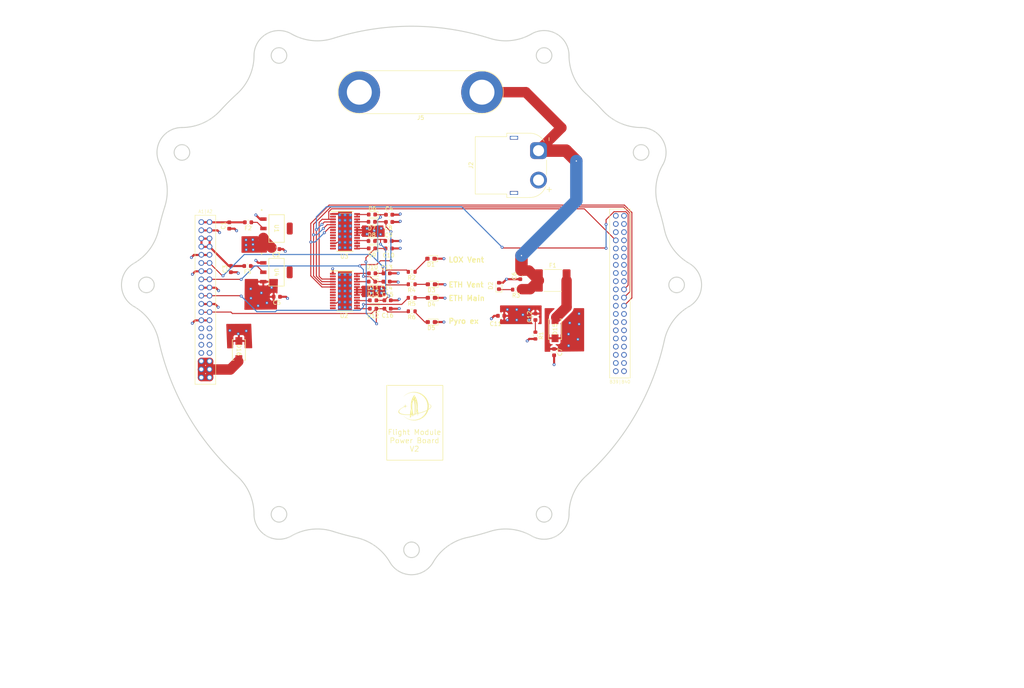
<source format=kicad_pcb>
(kicad_pcb (version 20221018) (generator pcbnew)
  (layers (0 "F.Cu" signal) (1 "In1.Cu" signal) (2 "In2.Cu" signal) (31 "B.Cu" signal) (34 "B.Paste" user) (35 "F.Paste" user) (36 "B.SilkS" user "B.Silkscreen") (37 "F.SilkS" user "F.Silkscreen") (38 "B.Mask" user) (39 "F.Mask" user) (44 "Edge.Cuts" user))
  (net 0 "")
  (net 1 "GND")
  (net 2 "V_ALL+")
  (net 3 "LOX_VENT+")
  (net 4 "/BAT1_+_pre")
  (net 5 "ETH_VENT+")
  (net 6 "ETH_MAIIN+")
  (net 7 "PYRO_EX+")
  (net 8 "Net-(C12-Pad1)")
  (net 9 "Net-(D2-K)")
  (net 10 "/BAT1_+")
  (net 11 "PWR_SUP")
  (net 12 "Net-(U1-OUTPUT)")
  (net 13 "Net-(U4-OUTPUT)")
  (net 14 "ETH_MAIN+")
  (net 28 "PYRO1EN")
  (net 37 "PYRO2EN")
  (net 39 "PYRO3EN")
  (net 40 "unconnected-(J1B-Pin_23-PadB23)")
  (net 41 "+5V")
  (net 42 "PYRO4EN")
  (net 46 "+3.3V")
  (net 68 "Net-(D1-A)")
  (net 69 "Net-(D3-A)")
  (net 70 "Net-(D4-A)")
  (net 71 "Net-(D5-A)")
  (net 72 "Net-(D10-A)")
  (net 73 "Net-(D11-A)")
  (net 74 "Net-(D12-A)")
  (net 75 "Net-(D13-A)")
  (net 86 "Net-(D6-A)")
  (net 87 "Net-(D7-A)")
  (net 88 "Net-(D8-A)")
  (net 89 "Net-(D9-A)")
  (footprint "Capacitor_SMD:C_0603_1608Metric" (layer "F.Cu") (at 156.972 101.333 -90)
    (fp_text reference "C7")
    (fp_text value "0.1µF")
  )
  (footprint "Diode_SMD:D_0603_1608Metric" (layer "F.Cu") (at 112.466503 67.694 180)
    (fp_text reference "D6")
    (fp_text value "D_Small")
  )
  (footprint "Diode_SMD:D_0603_1608Metric" (layer "F.Cu") (at 112.415503 74.168 180)
    (fp_text reference "D8")
    (fp_text value "D_Small")
  )
  (footprint "Diode_SMD:D_0603_1608Metric" (layer "F.Cu") (at 112.517497 82.072 180)
    (fp_text reference "D10")
    (fp_text value "D_Small")
  )
  (footprint "Capacitor_SMD:C_0603_1608Metric" (layer "F.Cu") (at 116.667001 67.735001)
    (fp_text reference "C4")
    (fp_text value "22nF")
  )
  (footprint "Diode_SMD:D_0603_1608Metric" (layer "F.Cu") (at 143.498 85.1585 90)
    (fp_text reference "D2")
    (fp_text value "D_Small")
  )
  (footprint "Capacitor_SMD:C_0603_1608Metric" (layer "F.Cu") (at 89.225 87.8 180)
    (fp_text reference "C5")
    (fp_text value "10uF")
  )
  (footprint "Capacitor_SMD:C_0603_1608Metric" (layer "F.Cu") (at 77.6 70.375 90)
    (fp_text reference "C1")
    (fp_text value "22uF")
  )
  (footprint "Fuse:Fuse_0603_1608Metric" (layer "F.Cu") (at 82.2125 69.6 180)
    (fp_text reference "F2")
    (fp_text value "500mA Fuse")
  )
  (footprint "Capacitor_SMD:C_0603_1608Metric" (layer "F.Cu") (at 152.4 92.697 90)
    (fp_text reference "C12")
    (fp_text value "10uF")
  )
  (footprint "Resistor_SMD:R_0603_1608Metric" (layer "F.Cu") (at 122.179001 84.753001 180)
    (fp_text reference "R4")
    (fp_text value "2k")
  )
  (footprint "Resistor_SMD:R_0603_1608Metric" (layer "F.Cu") (at 122.178001 88.055001 180)
    (fp_text reference "R5")
    (fp_text value "2k")
  )
  (footprint "Capacitor_SMD:C_0603_1608Metric" (layer "F.Cu") (at 116.034997 84.104)
    (fp_text reference "C14")
    (fp_text value "22nF")
  )
  (footprint "Resistor_SMD:R_0603_1608Metric" (layer "F.Cu") (at 122.179001 91.357001 180)
    (fp_text reference "R6")
    (fp_text value "2k")
  )
  (footprint "Capacitor_SMD:C_0603_1608Metric" (layer "F.Cu") (at 116.286001 90.722001)
    (fp_text reference "C16")
    (fp_text value "22nF")
  )
  (footprint "D_Schottky:SMADO-214AC_LEAD-FRAME_MCC" (layer "F.Cu") (at 79.95 100.8098 -90)
    (fp_text reference "D16")
    (fp_text value "D_Schottky")
  )
  (footprint "star:star_8x7" (layer "F.Cu") (at 122.936 114.554)
    (fp_text reference "G***" hide)
    (fp_text value "LOGO" hide)
  )
  (footprint "Resistor_SMD:R_0603_1608Metric" (layer "F.Cu") (at 152.4 97.282 -90)
    (fp_text reference "R1")
    (fp_text value "1k")
  )
  (footprint "TPS4:PWP0028C_N" (layer "F.Cu") (at 105.888 71.788)
    (fp_text reference "U3")
    (fp_text value "TPS4H160BQPWPRQ1")
  )
  (footprint "Capacitor_SMD:C_0603_1608Metric" (layer "F.Cu") (at 78 81.025 90)
    (fp_text reference "C3")
    (fp_text value "22uF")
  )
  (footprint "Diode_SMD:D_0603_1608Metric" (layer "F.Cu") (at 112.415503 69.472 180)
    (fp_text reference "D7")
    (fp_text value "D_Small")
  )
  (footprint "LED_SMD:LED_0603_1608Metric_Pad1.05x0.95mm_HandSolder" (layer "F.Cu") (at 126.887 78.486 180)
    (fp_text reference "D1")
    (fp_text value "LED")
  )
  (footprint "Diode_SMD:D_0603_1608Metric" (layer "F.Cu") (at 112.745997 88.676 180)
    (fp_text reference "D13")
    (fp_text value "D_Small")
  )
  (footprint "Capacitor_SMD:C_0603_1608Metric" (layer "F.Cu") (at 116.518003 74.168)
    (fp_text reference "C9")
    (fp_text value "22nF")
  )
  (footprint "Capacitor_SMD:C_0603_1608Metric" (layer "F.Cu") (at 116.060997 82.072)
    (fp_text reference "C13")
    (fp_text value "22nF")
  )
  (footprint "Diode_SMD:D_0603_1608Metric" (layer "F.Cu") (at 112.466503 75.972 180)
    (fp_text reference "D9")
    (fp_text value "D_Small")
  )
  (footprint "Diode_SMD:D_0603_1608Metric" (layer "F.Cu") (at 112.745997 90.708 180)
    (fp_text reference "D12")
    (fp_text value "D_Small")
  )
  (footprint "Stack_Shape:Stack_Shape" (layer "F.Cu") (at 123.18 86.0501)
    (fp_text reference "J1" hide)
    (fp_text value "Stack_Shape")
    (fp_arc (start -68.865786 4.12567) (mid -71.90894 -1.15082) (end -68.865786 -6.42731) (stroke (width 0.25)) (layer "Edge.Cuts"))
    (fp_arc (start -68.865786 4.12567) (mid -64.972067 7.625074) (end -62.820707 12.39776) (stroke (width 0.25)) (layer "Edge.Cuts"))
    (fp_arc (start -62.820707 -14.6994) (mid -64.972067 -9.926714) (end -68.865786 -6.42731) (stroke (width 0.25)) (layer "Edge.Cuts"))
    (fp_arc (start -62.820707 -14.6994) (mid -62.133886 -17.52009) (end -61.318346 -20.306289) (stroke (width 0.25)) (layer "Edge.Cuts"))
    (fp_arc (start -62.417492 -30.492668) (mid -60.795135 -25.515236) (end -61.318346 -20.306289) (stroke (width 0.25)) (layer "Edge.Cuts"))
    (fp_arc (start -62.417492 -30.492668) (mid -62.414696 -36.58382) (end -57.141002 -39.631817) (stroke (width 0.25)) (layer "Edge.Cuts"))
    (fp_arc (start -47.769766 -43.773118) (mid -52.019241 -40.715531) (end -57.141002 -39.631817) (stroke (width 0.25)) (layer "Edge.Cuts"))
    (fp_arc (start -47.769766 -43.773118) (mid -45.764615 -45.872495) (end -43.665238 -47.877646) (stroke (width 0.25)) (layer "Edge.Cuts"))
    (fp_arc (start -43.665238 45.576006) (mid -55.815583 30.47218) (end -62.820707 12.39776) (stroke (width 0.25)) (layer "Edge.Cuts"))
    (fp_arc (start -43.665238 45.576006) (mid -40.607651 49.825481) (end -39.523937 54.947242) (stroke (width 0.25)) (layer "Edge.Cuts"))
    (fp_arc (start -39.523937 -57.248882) (mid -40.607651 -52.127121) (end -43.665238 -47.877646) (stroke (width 0.25)) (layer "Edge.Cuts"))
    (fp_arc (start -39.523937 -57.248882) (mid -36.47594 -62.522576) (end -30.384788 -62.525372) (stroke (width 0.25)) (layer "Edge.Cuts"))
    (fp_arc (start -30.384788 60.223732) (mid -36.47594 60.220936) (end -39.523937 54.947242) (stroke (width 0.25)) (layer "Edge.Cuts"))
    (fp_arc (start -30.384788 60.223732) (mid -25.407356 58.601375) (end -20.198409 59.124586) (stroke (width 0.25)) (layer "Edge.Cuts"))
    (fp_arc (start -20.198409 -61.426226) (mid -25.407356 -60.903015) (end -30.384788 -62.525372) (stroke (width 0.25)) (layer "Edge.Cuts"))
    (fp_arc (start -20.198409 -61.426226) (mid -1.04294 -64.39682) (end 18.112529 -61.426226) (stroke (width 0.25)) (layer "Edge.Cuts"))
    (fp_arc (start -14.59152 60.626947) (mid -17.41221 59.940126) (end -20.198409 59.124586) (stroke (width 0.25)) (layer "Edge.Cuts"))
    (fp_arc (start -14.59152 60.626947) (mid -9.818834 62.778307) (end -6.31943 66.672026) (stroke (width 0.25)) (layer "Edge.Cuts"))
    (fp_arc (start 4.23355 66.672026) (mid -1.04294 69.71518) (end -6.31943 66.672026) (stroke (width 0.25)) (layer "Edge.Cuts"))
    (fp_arc (start 4.23355 66.672026) (mid 7.732954 62.778306) (end 12.50564 60.626947) (stroke (width 0.25)) (layer "Edge.Cuts"))
    (fp_arc (start 18.112529 59.124586) (mid 15.326329 59.940125) (end 12.50564 60.626947) (stroke (width 0.25)) (layer "Edge.Cuts"))
    (fp_arc (start 18.112529 59.124586) (mid 23.321476 58.601375) (end 28.298908 60.223732) (stroke (width 0.25)) (layer "Edge.Cuts"))
    (fp_arc (start 28.298908 -62.525372) (mid 23.321476 -60.903015) (end 18.112529 -61.426226) (stroke (width 0.25)) (layer "Edge.Cuts"))
    (fp_arc (start 28.298908 -62.525372) (mid 34.390059 -62.522577) (end 37.438057 -57.248882) (stroke (width 0.25)) (layer "Edge.Cuts"))
    (fp_arc (start 37.438057 54.947242) (mid 34.390067 60.220966) (end 28.298908 60.223732) (stroke (width 0.25)) (layer "Edge.Cuts"))
    (fp_arc (start 37.438057 54.947242) (mid 38.521763 49.825475) (end 41.579358 45.576006) (stroke (width 0.25)) (layer "Edge.Cuts"))
    (fp_arc (start 41.579358 -47.877646) (mid 38.521772 -52.127121) (end 37.438057 -57.248882) (stroke (width 0.25)) (layer "Edge.Cuts"))
    (fp_arc (start 41.579358 -47.877646) (mid 43.678735 -45.872495) (end 45.683886 -43.773118) (stroke (width 0.25)) (layer "Edge.Cuts"))
    (fp_arc (start 55.055122 -39.631817) (mid 49.933355 -40.715523) (end 45.683886 -43.773118) (stroke (width 0.25)) (layer "Edge.Cuts"))
    (fp_arc (start 55.055122 -39.631817) (mid 60.328846 -36.583827) (end 60.331612 -30.492668) (stroke (width 0.25)) (layer "Edge.Cuts"))
    (fp_arc (start 59.232466 -20.306289) (mid 58.709255 -25.515236) (end 60.331612 -30.492668) (stroke (width 0.25)) (layer "Edge.Cuts"))
    (fp_arc (start 59.232466 -20.306289) (mid 60.048005 -17.520089) (end 60.734827 -14.6994) (stroke (width 0.25)) (layer "Edge.Cuts"))
    (fp_arc (start 60.734827 12.39776) (mid 53.729703 30.47218) (end 41.579358 45.576006) (stroke (width 0.25)) (layer "Edge.Cuts"))
    (fp_arc (start 60.734827 12.39776) (mid 62.886197 7.625086) (end 66.779906 4.12567) (stroke (width 0.25)) (layer "Edge.Cuts"))
    (fp_arc (start 66.779906 -6.42731) (mid 62.886186 -9.926714) (end 60.734827 -14.6994) (stroke (width 0.25)) (layer "Edge.Cuts"))
    (fp_arc (start 66.779906 -6.42731) (mid 69.82306 -1.15082) (end 66.779906 4.12567) (stroke (width 0.25)) (layer "Edge.Cuts"))
    (fp_circle (center -65.81294 -1.15082) (end -63.90794 -1.15082) (stroke (width 0.25)) (fill none) (layer "Edge.Cuts"))
    (fp_circle (center -57.135405 -33.53582) (end -55.230405 -33.53582) (stroke (width 0.25)) (fill none) (layer "Edge.Cuts"))
    (fp_circle (center -33.42794 -57.243285) (end -31.52294 -57.243285) (stroke (width 0.25)) (fill none) (layer "Edge.Cuts"))
    (fp_circle (center -33.42794 54.941645) (end -31.52294 54.941645) (stroke (width 0.25)) (fill none) (layer "Edge.Cuts"))
    (fp_circle (center -1.04294 63.61918) (end 0.86206 63.61918) (stroke (width 0.25)) (fill none) (layer "Edge.Cuts"))
    (fp_circle (center 31.34206 -57.243285) (end 33.24706 -57.243285) (stroke (width 0.25)) (fill none) (layer "Edge.Cuts"))
    (fp_circle (center 31.34206 54.941645) (end 33.24706 54.941645) (stroke (width 0.25)) (fill none) (layer "Edge.Cuts"))
    (fp_circle (center 55.049525 -33.53582) (end 56.954525 -33.53582) (stroke (width 0.25)) (fill none) (layer "Edge.Cuts"))
    (fp_circle (center 63.72706 -1.15082) (end 65.63206 -1.15082) (stroke (width 0.25)) (fill none) (layer "Edge.Cuts"))
  )
  (footprint "Fuse:Fuse_2920_7451Metric" (layer "F.Cu") (at 156.6325 83.82)
    (fp_text reference "F1")
    (fp_text value "6A Fuse" hide)
  )
  (footprint "Fuse:Fuse_0603_1608Metric" (layer "F.Cu") (at 82.0635 80.286 180)
    (fp_text reference "F3")
    (fp_text value "500mA Fuse")
  )
  (footprint "Capacitor_SMD:C_0603_1608Metric" (layer "F.Cu") (at 144.018 92.456 180)
    (fp_text reference "C11")
    (fp_text value "0.1µF")
  )
  (footprint "Capacitor_SMD:C_0603_1608Metric" (layer "F.Cu") (at 148.7 82.725 90)
    (fp_text reference "C6")
    (fp_text value "22uF")
  )
  (footprint "AZ1117IH-3:SOT223_AZ1117I_6P5X3P5_DIO" (layer "F.Cu") (at 89.17 71.11 -90)
    (fp_text reference "U1")
    (fp_text value "AZ1117IH-3.3TRG1")
  )
  (footprint "LED_SMD:LED_0603_1608Metric_Pad1.05x0.95mm_HandSolder" (layer "F.Cu") (at 126.992001 84.753001 180)
    (fp_text reference "D3")
    (fp_text value "LED")
  )
  (footprint "Diode_SMD:D_0603_1608Metric" (layer "F.Cu") (at 112.466497 84.104 180)
    (fp_text reference "D11")
    (fp_text value "D_Small")
  )
  (footprint "TPS4:PWP0028C_N" (layer "F.Cu") (at 105.857997 86.39)
    (fp_text reference "U2")
    (fp_text value "TPS4H160BQPWPRQ1")
  )
  (footprint "LED_SMD:LED_0603_1608Metric_Pad1.05x0.95mm_HandSolder" (layer "F.Cu") (at 126.969201 93.98 180)
    (fp_text reference "D5")
    (fp_text value "LED")
  )
  (footprint "Capacitor_SMD:C_0603_1608Metric" (layer "F.Cu") (at 116.568003 75.990001)
    (fp_text reference "C10")
    (fp_text value "22nF")
  )
  (footprint "Resistor_SMD:R_0603_1608Metric" (layer "F.Cu") (at 147.675 86.05 180)
    (fp_text reference "R3")
    (fp_text value "10k")
  )
  (footprint "Capacitor_SMD:C_0603_1608Metric" (layer "F.Cu") (at 116.288997 88.676)
    (fp_text reference "C15")
    (fp_text value "22nF")
  )
  (footprint "LED_SMD:LED_0603_1608Metric_Pad1.05x0.95mm_HandSolder" (layer "F.Cu") (at 126.992001 88.055001 180)
    (fp_text reference "D4")
    (fp_text value "LED")
  )
  (footprint "Capacitor_SMD:C_0603_1608Metric" (layer "F.Cu") (at 116.667001 69.513001)
    (fp_text reference "C8")
    (fp_text value "22nF" hide)
  )
  (footprint "Connector_AMASS:AMASS_XT60PW-F_1x02_P7.20mm_Horizontal" (layer "F.Cu") (at 153.1676 52.0704 90)
    (fp_text reference "J2")
    (fp_text value "XT60-M")
  )
  (footprint "Connector:Banana_Jack_2Pin" (layer "F.Cu") (at 139.35 37.782 180)
    (fp_text reference "J5")
    (fp_text value "POWER")
  )
  (footprint "D_Schottky:SMADO-214AC_LEAD-FRAME_MCC" (layer "F.Cu") (at 157.2 95.7402 90)
    (fp_text reference "D15")
    (fp_text value "D_Schottky")
  )
  (footprint "Resistor_SMD:R_0603_1608Metric" (layer "F.Cu") (at 122.179001 81.705001 180)
    (fp_text reference "R2")
    (fp_text value "2k")
  )
  (footprint "AZ1117IH-3:SOT223_AZ1117I_6P5X3P5_DIO" (layer "F.Cu") (at 89.15 81.81 -90)
    (fp_text reference "U4")
    (fp_text value "AZ1117IH-5TRG1")
  )
  (footprint "Capacitor_SMD:C_0603_1608Metric" (layer "F.Cu") (at 89.075 76.15 180)
    (fp_text reference "C2")
    (fp_text value "10uF")
  )
  (gr_rect (start 116.078 109.474) (end 129.794 127.762) (stroke (width 0.15)) (fill none) (layer "F.SilkS"))
  (gr_text "Pyro ex" (at 131.064 94.488) (layer "F.SilkS") (effects (font (size 1.27 1.27) (thickness 0.254) bold) (justify left bottom)))
  (gr_text "ETH Main" (at 131.064 88.9) (layer "F.SilkS") (effects (font (size 1.27 1.27) (thickness 0.254) bold) (justify left bottom)))
  (gr_text "Flight Module\nPower Board\nV2" (at 122.8598 122.9614) (layer "F.SilkS") (effects (font (size 1.27 1.27))))
  (gr_text "ETH Vent" (at 131.064 85.598) (layer "F.SilkS") (effects (font (size 1.27 1.27) (thickness 0.254) bold) (justify left bottom)))
  (gr_text "LOX Vent" (at 131.064 79.502) (layer "F.SilkS") (effects (font (size 1.27 1.27) (thickness 0.254) bold) (justify left bottom)))
  (segment (start 117.061001 90.722001) (end 119.081999 90.722001) (width 0.508) (layer "F.Cu") (net 1))
  (segment (start 69.318069 81.581931) (end 68.6 82.3) (width 0.508) (layer "F.Cu") (net 1))
  (segment (start 104.024998 89.154) (end 103.799998 89.379) (width 0.254) (layer "F.Cu") (net 1))
  (segment (start 70.815 89.581931) (end 74.131931 89.581931) (width 0.508) (layer "F.Cu") (net 1))
  (segment (start 119.208999 69.513001) (end 119.38 69.342) (width 0.508) (layer "F.Cu") (net 1))
  (segment (start 117.430999 67.735001) (end 117.348 67.818) (width 0.508) (layer "F.Cu") (net 1))
  (segment (start 72.815 81.581931) (end 69.318069 81.581931) (width 0.508) (layer "F.Cu") (net 1))
  (segment (start 103.740001 74.713) (end 102.938001 74.713) (width 0.254) (layer "F.Cu") (net 1))
  (segment (start 116.809997 84.104) (end 118.7526 84.104) (width 0.508) (layer "F.Cu") (net 1))
  (segment (start 145.35 83.5) (end 148.7 83.5) (width 0.508) (layer "F.Cu") (net 1))
  (segment (start 119.38 74.168) (end 117.293003 74.168) (width 0.508) (layer "F.Cu") (net 1))
  (segment (start 127.844201 93.98) (end 130.048 93.98) (width 0.508) (layer "F.Cu") (net 1))
  (segment (start 143.243 92.456) (end 142.343 92.456) (width 0.508) (layer "F.Cu") (net 1))
  (segment (start 117.442001 67.735001) (end 119.208999 67.735001) (width 0.508) (layer "F.Cu") (net 1))
  (segment (start 130.219001 88.055001) (end 127.867001 88.055001) (width 0.508) (layer "F.Cu") (net 1))
  (segment (start 74.281931 85.581931) (end 75 86.3) (width 0.508) (layer "F.Cu") (net 1))
  (segment (start 102.87 80.9466) (end 102.907998 80.984598) (width 0.508) (layer "F.Cu") (net 1))
  (segment (start 116.835997 82.072) (end 118.842 82.072) (width 0.508) (layer "F.Cu") (net 1))
  (segment (start 150.893 98.107) (end 150.4 98.6) (width 0.508) (layer "F.Cu") (net 1))
  (segment (start 104.648 89.154) (end 104.024998 89.154) (width 0.254) (layer "F.Cu") (net 1))
  (segment (start 119.081999 90.722001) (end 119.126 90.678) (width 0.508) (layer "F.Cu") (net 1))
  (segment (start 118.7526 84.104) (end 118.872 84.2234) (width 0.508) (layer "F.Cu") (net 1))
  (segment (start 72.815 77.581931) (end 68.968069 77.581931) (width 0.508) (layer "F.Cu") (net 1))
  (segment (start 85.9442 68.81) (end 85.11 68.81) (width 0.508) (layer "F.Cu") (net 1))
  (segment (start 152.4 98.107) (end 150.893 98.107) (width 0.508) (layer "F.Cu") (net 1))
  (segment (start 119.38 75.946) (end 119.335999 75.990001) (width 0.508) (layer "F.Cu") (net 1))
  (segment (start 79.55 81.8) (end 79.8 82.05) (width 0.508) (layer "F.Cu") (net 1))
  (segment (start 104.334002 67.534002) (end 102.938001 67.534002) (width 0.508) (layer "F.Cu") (net 1))
  (segment (start 68.968069 77.581931) (end 68.35 78.2) (width 0.508) (layer "F.Cu") (net 1))
  (segment (start 142.343 92.456) (end 141.643 93.156) (width 0.508) (layer "F.Cu") (net 1))
  (segment (start 70.815 85.581931) (end 74.281931 85.581931) (width 0.508) (layer "F.Cu") (net 1))
  (segment (start 70.815 71.581931) (end 74.731931 71.581931) (width 0.508) (layer "F.Cu") (net 1))
  (segment (start 103.799998 89.379) (end 102.997998 89.379) (width 0.254) (layer "F.Cu") (net 1))
  (segment (start 78 81.8) (end 79.55 81.8) (width 0.508) (layer "F.Cu") (net 1))
  (segment (start 78.9 71.15) (end 79.4 71.65) (width 0.508) (layer "F.Cu") (net 1))
  (segment (start 156.972 102.108) (end 156.972 104.381) (width 0.508) (layer "F.Cu") (net 1))
  (segment (start 68.575 94.275) (end 69.268069 93.581931) (width 0.508) (layer "F.Cu") (net 1))
  (segment (start 117.442001 69.513001) (end 119.208999 69.513001) (width 0.508) (layer "F.Cu") (net 1))
  (segment (start 118.842 82.072) (end 118.872 82.042) (width 0.508) (layer "F.Cu") (net 1))
  (segment (start 144.479 84.371) (end 145.35 83.5) (width 0.508) (layer "F.Cu") (net 1))
  (segment (start 103.965001 74.488) (end 103.740001 74.713) (width 0.254) (layer "F.Cu") (net 1))
  (segment (start 89.85 76.15) (end 90.75 76.15) (width 0.508) (layer "F.Cu") (net 1))
  (segment (start 69.268069 93.581931) (end 72.815 93.581931) (width 0.508) (layer "F.Cu") (net 1))
  (segment (start 77.6 71.15) (end 78.9 71.15) (width 0.508) (layer "F.Cu") (net 1))
  (segment (start 90.75 76.15) (end 91.3 76.7) (width 0.508) (layer "F.Cu") (net 1))
  (segment (start 85.9242 79.51) (end 84.6954 79.51) (width 0.508) (layer "F.Cu") (net 1))
  (segment (start 127.867001 84.753001) (end 130.219001 84.753001) (width 0.508) (layer "F.Cu") (net 1))
  (segment (start 143.498 84.371) (end 144.479 84.371) (width 0.508) (layer "F.Cu") (net 1))
  (segment (start 119.335999 75.990001) (end 117.343003 75.990001) (width 0.508) (layer "F.Cu") (net 1))
  (segment (start 119.208999 67.735001) (end 119.38 67.564) (width 0.508) (layer "F.Cu") (net 1))
  (segment (start 84.6954 79.51) (end 84.1 78.9146) (width 0.508) (layer "F.Cu") (net 1))
  (segment (start 104.588003 74.488) (end 103.965001 74.488) (width 0.254) (layer "F.Cu") (net 1))
  (segment (start 102.907998 80.984598) (end 102.907998 82.136002) (width 0.508) (layer "F.Cu") (net 1))
  (segment (start 74.731931 71.581931) (end 75.25 72.1) (width 0.508) (layer "F.Cu") (net 1))
  (segment (start 127.762 78.486) (end 130.048 78.486) (width 0.508) (layer "F.Cu") (net 1))
  (segment (start 130.219001 84.753001) (end 130.302 84.836) (width 0.508) (layer "F.Cu") (net 1))
  (segment (start 91.45 87.8) (end 91.85 88.2) (width 0.508) (layer "F.Cu") (net 1))
  (segment (start 118.842 88.676) (end 119.126 88.392) (width 0.508) (layer "F.Cu") (net 1))
  (segment (start 104.588 67.788) (end 104.334002 67.534002) (width 0.508) (layer "F.Cu") (net 1))
  (segment (start 90 87.8) (end 91.45 87.8) (width 0.508) (layer "F.Cu") (net 1))
  (segment (start 117.063997 88.676) (end 118.842 88.676) (width 0.508) (layer "F.Cu") (net 1))
  (segment (start 74.131931 89.581931) (end 74.9 90.35) (width 0.508) (layer "F.Cu") (net 1))
  (segment (start 117.442001 67.735001) (end 117.430999 67.735001) (width 0.508) (layer "F.Cu") (net 1))
  (segment (start 85.11 68.81) (end 84.1 67.8) (width 0.508) (layer "F.Cu") (net 1))
  (segment (start 130.302 88.138) (end 130.219001 88.055001) (width 0.508) (layer "F.Cu") (net 1))
  (via (at 91.85 88.2) (size 0.7112) (drill 0.3048) (layers "F.Cu" "B.Cu") (net 1))
  (via (at 74.9 90.35) (size 0.7112) (drill 0.3048) (layers "F.Cu" "B.Cu") (net 1))
  (via (at 75 86.3) (size 0.7112) (drill 0.3048) (layers "F.Cu" "B.Cu") (net 1))
  (via (at 79.4 71.65) (size 0.7112) (drill 0.3048) (layers "F.Cu" "B.Cu") (net 1))
  (via (at 84.1 67.8) (size 0.7112) (drill 0.3048) (layers "F.Cu" "B.Cu") (net 1))
  (via (at 91.3 76.7) (size 0.7112) (drill 0.3048) (layers "F.Cu" "B.Cu") (net 1))
  (via (at 75.25 72.1) (size 0.7112) (drill 0.3048) (layers "F.Cu" "B.Cu") (net 1))
  (via (at 68.6 82.3) (size 0.7112) (drill 0.3048) (layers "F.Cu" "B.Cu") (net 1))
  (via (at 119.38 74.168) (size 0.7112) (drill 0.3048) (layers "F.Cu" "B.Cu") (net 1))
  (via (at 119.38 67.564) (size 0.7112) (drill 0.3048) (layers "F.Cu" "B.Cu") (net 1))
  (via (at 68.35 78.2) (size 0.7112) (drill 0.3048) (layers "F.Cu" "B.Cu") (net 1))
  (via (at 102.87 80.9466) (size 0.7112) (drill 0.3048) (layers "F.Cu" "B.Cu") (net 1))
  (via (at 119.126 90.678) (size 0.7112) (drill 0.3048) (layers "F.Cu" "B.Cu") (net 1))
  (via (at 118.872 82.042) (size 0.7112) (drill 0.3048) (layers "F.Cu" "B.Cu") (net 1))
  (via (at 119.38 75.946) (size 0.7112) (drill 0.3048) (layers "F.Cu" "B.Cu") (net 1))
  (via (at 79.8 82.05) (size 0.7112) (drill 0.3048) (layers "F.Cu" "B.Cu") (net 1))
  (via (at 118.872 84.2234) (size 0.7112) (drill 0.3048) (layers "F.Cu" "B.Cu") (net 1))
  (via (at 68.575 94.275) (size 0.7112) (drill 0.3048) (layers "F.Cu" "B.Cu") (net 1))
  (via (at 130.302 88.138) (size 0.7112) (drill 0.3048) (layers "F.Cu" "B.Cu") (net 1))
  (via (at 130.048 93.98) (size 0.7112) (drill 0.3048) (layers "F.Cu" "B.Cu") (net 1))
  (via (at 156.972 104.381) (size 0.7112) (drill 0.3048) (layers "F.Cu" "B.Cu") (net 1))
  (via (at 130.048 78.486) (size 0.7112) (drill 0.3048) (layers "F.Cu" "B.Cu") (net 1))
  (via (at 141.643 93.156) (size 0.7112) (drill 0.3048) (layers "F.Cu" "B.Cu") (net 1))
  (via (at 84.1 78.9146) (size 0.7112) (drill 0.3048) (layers "F.Cu" "B.Cu") (net 1))
  (via (at 119.38 69.342) (size 0.7112) (drill 0.3048) (layers "F.Cu" "B.Cu") (net 1))
  (via (at 150.4 98.6) (size 0.7112) (drill 0.3048) (layers "F.Cu" "B.Cu") (net 1))
  (via (at 145.35 83.5) (size 0.7112) (drill 0.3048) (layers "F.Cu" "B.Cu") (net 1))
  (via (at 130.302 84.836) (size 0.7112) (drill 0.3048) (layers "F.Cu" "B.Cu") (net 1))
  (via (at 119.126 88.392) (size 0.7112) (drill 0.3048) (layers "F.Cu" "B.Cu") (net 1))
  (segment (start 85.9442 73.7942) (end 87.93 75.78) (width 2.54) (layer "F.Cu") (net 2))
  (segment (start 85.9442 73.41) (end 85.9442 73.7942) (width 2.54) (layer "F.Cu") (net 2))
  (via (at 87.95 85.55) (size 0.7112) (drill 0.3048) (layers "F.Cu" "B.Cu") (net 2))
  (via (at 83.45 76.3) (size 0.7112) (drill 0.3048) (layers "F.Cu" "B.Cu") (net 2))
  (via (at 112.268 86.868) (size 0.7112) (drill 0.3048) (layers "F.Cu" "B.Cu") (net 2))
  (via (at 160.52 99.768) (size 0.7112) (drill 0.3048) (layers "F.Cu" "B.Cu") (net 2))
  (via (at 111.252 71.12) (size 0.7112) (drill 0.3048) (layers "F.Cu" "B.Cu") (net 2))
  (via (at 147.828 93.472) (size 0.7112) (drill 0.3048) (layers "F.Cu" "B.Cu") (net 2))
  (via (at 150.876 93.472) (size 0.7112) (drill 0.3048) (layers "F.Cu" "B.Cu") (net 2))
  (via (at 114.554 72.5424) (size 0.7112) (drill 0.3048) (layers "F.Cu" "B.Cu") (net 2))
  (via (at 147.828 90.932) (size 0.7112) (drill 0.3048) (layers "F.Cu" "B.Cu") (net 2))
  (via (at 150.876 90.932) (size 0.7112) (drill 0.3048) (layers "F.Cu" "B.Cu") (net 2))
  (via (at 77.75 96.05) (size 0.7112) (drill 0.3048) (layers "F.Cu" "B.Cu") (net 2))
  (via (at 81.7 73.9) (size 0.7112) (drill 0.3048) (layers "F.Cu" "B.Cu") (net 2))
  (via (at 112.268 85.852) (size 0.7112) (drill 0.3048) (layers "F.Cu" "B.Cu") (net 2))
  (via (at 163.068 94.488) (size 0.7112) (drill 0.3048) (layers "F.Cu" "B.Cu") (net 2))
  (via (at 114.808 85.852) (size 0.7112) (drill 0.3048) (layers "F.Cu" "B.Cu") (net 2))
  (via (at 79.79 96.86) (size 0.7112) (drill 0.3048) (layers "F.Cu" "B.Cu") (net 2))
  (via (at 160.502 96.934) (size 0.7112) (drill 0.3048) (layers "F.Cu" "B.Cu") (net 2))
  (via (at 160.8 94.2) (size 0.7112) (drill 0.3048) (layers "F.Cu" "B.Cu") (net 2))
  (via (at 81.7 75.15) (size 0.7112) (drill 0.3048) (layers "F.Cu" "B.Cu") (net 2))
  (via (at 81.75 76.3) (size 0.7112) (drill 0.3048) (layers "F.Cu" "B.Cu") (net 2))
  (via (at 82.9 88.15) (size 0.7112) (drill 0.3048) (layers "F.Cu" "B.Cu") (net 2))
  (via (at 145.542 93.472) (size 0.7112) (drill 0.3048) (layers "F.Cu" "B.Cu") (net 2))
  (via (at 114.7064 71.0692) (size 0.7112) (drill 0.3048) (layers "F.Cu" "B.Cu") (net 2))
  (via (at 145.542 90.932) (size 0.7112) (drill 0.3048) (layers "F.Cu" "B.Cu") (net 2))
  (via (at 86.8 89.3) (size 0.7112) (drill 0.3048) (layers "F.Cu" "B.Cu") (net 2))
  (via (at 149.352 92.202) (size 0.7112) (drill 0.3048) (layers "F.Cu" "B.Cu") (net 2))
  (via (at 163.068 91.948) (size 0.7112) (drill 0.3048) (layers "F.Cu" "B.Cu") (net 2))
  (via (at 113.538 86.36) (size 0.7112) (drill 0.3048) (layers "F.Cu" "B.Cu") (net 2))
  (via (at 83.4 75) (size 0.7112) (drill 0.3048) (layers "F.Cu" "B.Cu") (net 2))
  (via (at 113.03 71.628) (size 0.7112) (drill 0.3048) (layers "F.Cu" "B.Cu") (net 2))
  (via (at 81.75 96.15) (size 0.7112) (drill 0.3048) (layers "F.Cu" "B.Cu") (net 2))
  (via (at 83.35 73.85) (size 0.7112) (drill 0.3048) (layers "F.Cu" "B.Cu") (net 2))
  (via (at 82.85 85.85) (size 0.7112) (drill 0.3048) (layers "F.Cu" "B.Cu") (net 2))
  (via (at 114.808 86.868) (size 0.7112) (drill 0.3048) (layers "F.Cu" "B.Cu") (net 2))
  (via (at 162.788 98.204) (size 0.7112) (drill 0.3048) (layers "F.Cu" "B.Cu") (net 2))
  (via (at 111.252 72.4916) (size 0.7112) (drill 0.3048) (layers "F.Cu" "B.Cu") (net 2))
  (via (at 84.65 90) (size 0.7112) (drill 0.3048) (layers "F.Cu" "B.Cu") (net 2))
  (via (at 85.45 86.85) (size 0.7112) (drill 0.3048) (layers "F.Cu" "B.Cu") (net 2))
  (segment (start 116.087997 81.27) (end 120.919 81.27) (width 0.254) (layer "F.Cu") (net 3))
  (segment (start 115.130001 80.435001) (end 115.130001 81.916004) (width 0.254) (layer "F.Cu") (net 3))
  (segment (start 114.554 67.735001) (end 113.295004 67.735001) (width 0.254) (layer "F.Cu") (net 3))
  (segment (start 114.554 67.735001) (end 114.554 68.326) (width 0.254) (layer "F.Cu") (net 3))
  (segment (start 115.285997 82.072) (end 116.087997 81.27) (width 0.254) (layer "F.Cu") (net 3))
  (segment (start 120.919 81.27) (end 121.354001 81.705001) (width 0.254) (layer "F.Cu") (net 3))
  (segment (start 113.254003 67.694) (end 113.295004 67.735001) (width 0.254) (layer "F.Cu") (net 3))
  (segment (start 115.892001 67.735001) (end 114.554 67.735001) (width 0.254) (layer "F.Cu") (net 3))
  (segment (start 115.130001 81.916004) (end 115.285997 82.072) (width 0.254) (layer "F.Cu") (net 3))
  (segment (start 72.78 79.536931) (end 75.920069 82.677) (width 0.254) (layer "F.Cu") (net 3))
  (segment (start 115.285997 82.072) (end 113.304997 82.072) (width 0.254) (layer "F.Cu") (net 3))
  (segment (start 72.815 79.581931) (end 70.815 79.581931) (width 0.254) (layer "F.Cu") (net 3))
  (segment (start 75.920069 82.677) (end 76.073 82.677) (width 0.254) (layer "F.Cu") (net 3))
  (via (at 114.554 68.326) (size 0.7112) (drill 0.3048) (layers "F.Cu" "B.Cu") (net 3))
  (via (at 115.130001 80.435001) (size 0.7112) (drill 0.3048) (layers "F.Cu" "B.Cu") (net 3))
  (via (at 76.073 82.677) (size 0.7112) (drill 0.3048) (layers "F.Cu" "B.Cu") (net 3))
  (segment (start 115.130001 80.435001) (end 112.161401 77.466401) (width 0.254) (layer "B.Cu") (net 3))
  (segment (start 113.8714 79.1764) (end 115.130001 80.435001) (width 0.254) (layer "B.Cu") (net 3))
  (segment (start 114.554 68.326) (end 113.8714 69.0086) (width 0.254) (layer "B.Cu") (net 3))
  (segment (start 113.8714 69.0086) (end 113.8714 79.1764) (width 0.254) (layer "B.Cu") (net 3))
  (segment (start 81.283599 77.466401) (end 76.073 82.677) (width 0.254) (layer "B.Cu") (net 3))
  (segment (start 112.161401 77.466401) (end 81.283599 77.466401) (width 0.254) (layer "B.Cu") (net 3))
  (segment (start 153.245 83.82) (end 150.825 81.4) (width 2.54) (layer "F.Cu") (net 4))
  (segment (start 153.1676 52.0704) (end 159.868 52.0704) (width 3.048) (layer "F.Cu") (net 4))
  (segment (start 153.1676 52.0644) (end 158.75 46.482) (width 2.54) (layer "F.Cu") (net 4))
  (segment (start 153.1676 52.0704) (end 153.1676 52.0644) (width 0.254) (layer "F.Cu") (net 4))
  (segment (start 158.75 46.482) (end 150.05 37.782) (width 2.54) (layer "F.Cu") (net 4))
  (segment (start 150.05 37.782) (end 139.35 37.782) (width 2.54) (layer "F.Cu") (net 4))
  (segment (start 151.119 85.946) (end 153.245 83.82) (width 2.54) (layer "F.Cu") (net 4))
  (segment (start 148.9964 77.724) (end 148.9964 81.2296) (width 3.048) (layer "F.Cu") (net 4))
  (segment (start 159.868 52.0704) (end 162.4076 54.61) (width 3.048) (layer "F.Cu") (net 4))
  (segment (start 149.098 85.946) (end 151.119 85.946) (width 2.54) (layer "F.Cu") (net 4))
  (segment (start 150.825 81.4) (end 148.9 81.4) (width 2.54) (layer "F.Cu") (net 4))
  (via (at 148.9964 77.724) (size 2.54) (drill 0.3048) (layers "F.Cu" "B.Cu") (net 4))
  (via (at 162.4076 54.61) (size 2.54) (drill 0.3048) (layers "F.Cu" "B.Cu") (net 4))
  (segment (start 162.4076 54.61) (end 162.4076 64.3128) (width 3.048) (layer "B.Cu") (net 4))
  (segment (start 162.4076 64.3128) (end 148.9964 77.724) (width 3.048) (layer "B.Cu") (net 4))
  (segment (start 121.201002 84.906) (end 121.354001 84.753001) (width 0.254) (layer "F.Cu") (net 5))
  (segment (start 72.78 83.536931) (end 80.488931 83.536931) (width 0.254) (layer "F.Cu") (net 5))
  (segment (start 114.554 78.994) (end 113.6174 79.9306) (width 0.254) (layer "F.Cu") (net 5))
  (segment (start 109.5692 80.264) (end 109.474 80.264) (width 0.254) (layer "F.Cu") (net 5))
  (segment (start 115.259997 84.104) (end 113.253997 84.104) (width 0.254) (layer "F.Cu") (net 5))
  (segment (start 109.9026 79.9306) (end 109.5692 80.264) (width 0.254) (layer "F.Cu") (net 5))
  (segment (start 115.851 69.472) (end 115.892001 69.513001) (width 0.254) (layer "F.Cu") (net 5))
  (segment (start 80.488931 83.536931) (end 80.518 83.566) (width 0.254) (layer "F.Cu") (net 5))
  (segment (start 114.554 78.994) (end 117.094 78.994) (width 0.254) (layer "F.Cu") (net 5))
  (segment (start 110.453401 82.874) (end 110.383401 82.804) (width 0.254) (layer "F.Cu") (net 5))
  (segment (start 117.094 71.882) (end 115.892001 70.680001) (width 0.254) (layer "F.Cu") (net 5))
  (segment (start 112.023997 82.874) (end 110.453401 82.874) (width 0.254) (layer "F.Cu") (net 5))
  (segment (start 113.253997 84.104) (end 112.023997 82.874) (width 0.254) (layer "F.Cu") (net 5))
  (segment (start 115.892001 70.680001) (end 115.892001 69.513001) (width 0.254) (layer "F.Cu") (net 5))
  (segment (start 116.061997 84.906) (end 121.201002 84.906) (width 0.254) (layer "F.Cu") (net 5))
  (segment (start 70.815 83.581931) (end 72.815 83.581931) (width 0.254) (layer "F.Cu") (net 5))
  (segment (start 115.259997 84.104) (end 116.061997 84.906) (width 0.254) (layer "F.Cu") (net 5))
  (segment (start 113.203003 69.472) (end 115.851 69.472) (width 0.254) (layer "F.Cu") (net 5))
  (segment (start 113.6174 79.9306) (end 109.9026 79.9306) (width 0.254) (layer "F.Cu") (net 5))
  (via (at 110.383401 82.804) (size 0.7112) (drill 0.3048) (layers "F.Cu" "B.Cu") (net 5))
  (via (at 109.474 80.264) (size 0.7112) (drill 0.3048) (layers "F.Cu" "B.Cu") (net 5))
  (via (at 117.094 71.882) (size 0.7112) (drill 0.3048) (layers "F.Cu" "B.Cu") (net 5))
  (via (at 80.518 83.566) (size 0.7112) (drill 0.3048) (layers "F.Cu" "B.Cu") (net 5))
  (via (at 117.094 78.994) (size 0.7112) (drill 0.3048) (layers "F.Cu" "B.Cu") (net 5))
  (segment (start 117.094 78.994) (end 117.094 71.882) (width 0.254) (layer "B.Cu") (net 5))
  (segment (start 110.383401 82.804) (end 110.383401 81.173401) (width 0.254) (layer "B.Cu") (net 5))
  (segment (start 83.82 80.264) (end 80.518 83.566) (width 0.254) (layer "B.Cu") (net 5))
  (segment (start 110.383401 81.173401) (end 109.474 80.264) (width 0.254) (layer "B.Cu") (net 5))
  (segment (start 109.474 80.264) (end 83.82 80.264) (width 0.254) (layer "B.Cu") (net 5))
  (segment (start 116.586 87.63) (end 116.559997 87.63) (width 0.254) (layer "F.Cu") (net 6))
  (segment (start 115.513997 88.676) (end 113.533497 88.676) (width 0.254) (layer "F.Cu") (net 6))
  (segment (start 114.554 73.79) (end 113.203003 73.79) (width 0.254) (layer "F.Cu") (net 6))
  (segment (start 116.559997 87.63) (end 115.513997 88.676) (width 0.254) (layer "F.Cu") (net 6))
  (segment (start 115.743003 73.79) (end 114.554 73.79) (width 0.254) (layer "F.Cu") (net 6))
  (segment (start 114.554 74.93) (end 114.554 73.79) (width 0.254) (layer "F.Cu") (net 6))
  (via (at 114.554 74.93) (size 0.7112) (drill 0.3048) (layers "F.Cu" "B.Cu") (net 6))
  (via (at 116.586 87.63) (size 0.7112) (drill 0.3048) (layers "F.Cu" "B.Cu") (net 6))
  (segment (start 115.812601 86.856601) (end 115.812601 76.188601) (width 0.254) (layer "B.Cu") (net 6))
  (segment (start 115.812601 76.188601) (end 114.554 74.93) (width 0.254) (layer "B.Cu") (net 6))
  (segment (start 116.586 87.63) (end 115.812601 86.856601) (width 0.254) (layer "B.Cu") (net 6))
  (segment (start 116.313001 91.524001) (end 121.187001 91.524001) (width 0.254) (layer "F.Cu") (net 7))
  (segment (start 110.998 79.248) (end 110.998 78.228003) (width 0.254) (layer "F.Cu") (net 7))
  (segment (start 113.533497 94.332497) (end 113.533497 90.708) (width 0.254) (layer "F.Cu") (net 7))
  (segment (start 110.998 78.228003) (end 113.254003 75.972) (width 0.254) (layer "F.Cu") (net 7))
  (segment (start 113.272004 75.990001) (end 113.254003 75.972) (width 0.254) (layer "F.Cu") (net 7))
  (segment (start 78.359801 91.885732) (end 112.355765 91.885732) (width 0.254) (layer "F.Cu") (net 7))
  (segment (start 72.78 91.536931) (end 78.011 91.536931) (width 0.254) (layer "F.Cu") (net 7))
  (segment (start 78.011 91.536931) (end 78.359801 91.885732) (width 0.254) (layer "F.Cu") (net 7))
  (segment (start 115.511001 90.722001) (end 113.547498 90.722001) (width 0.254) (layer "F.Cu") (net 7))
  (segment (start 121.187001 91.524001) (end 121.354001 91.357001) (width 0.254) (layer "F.Cu") (net 7))
  (segment (start 72.815 91.581931) (end 70.815 91.581931) (width 0.254) (layer "F.Cu") (net 7))
  (segment (start 115.793003 75.990001) (end 113.272004 75.990001) (width 0.254) (layer "F.Cu") (net 7))
  (segment (start 112.355765 91.885732) (end 113.533497 90.708) (width 0.254) (layer "F.Cu") (net 7))
  (segment (start 115.511001 90.722001) (end 116.313001 91.524001) (width 0.254) (layer "F.Cu") (net 7))
  (segment (start 113.547498 90.722001) (end 113.533497 90.708) (width 0.254) (layer "F.Cu") (net 7))
  (segment (start 113.606001 94.405001) (end 113.533497 94.332497) (width 0.254) (layer "F.Cu") (net 7))
  (via (at 113.606001 94.405001) (size 0.7112) (drill 0.3048) (layers "F.Cu" "B.Cu") (net 7))
  (via (at 110.998 79.248) (size 0.7112) (drill 0.3048) (layers "F.Cu" "B.Cu") (net 7))
  (segment (start 111.066001 79.316001) (end 111.066001 91.865001) (width 0.254) (layer "B.Cu") (net 7))
  (segment (start 111.066001 91.865001) (end 113.606001 94.405001) (width 0.254) (layer "B.Cu") (net 7))
  (segment (start 110.998 79.248) (end 111.066001 79.316001) (width 0.254) (layer "B.Cu") (net 7))
  (segment (start 152.4 96.457) (end 152.4 93.472) (width 0.254) (layer "F.Cu") (net 8))
  (segment (start 143.602 86.05) (end 143.498 85.946) (width 0.254) (layer "F.Cu") (net 9))
  (segment (start 146.85 86.05) (end 143.602 86.05) (width 0.254) (layer "F.Cu") (net 9))
  (segment (start 160.02 90.3224) (end 157.48 92.8624) (width 2.54) (layer "F.Cu") (net 10))
  (segment (start 160.02 83.82) (end 160.02 90.3224) (width 2.54) (layer "F.Cu") (net 10))
  (segment (start 70.815 103.581831) (end 70.815 105.581831) (width 1.778) (layer "F.Cu") (net 11))
  (segment (start 70.815 105.581831) (end 70.815 107.581831) (width 1.778) (layer "F.Cu") (net 11))
  (segment (start 77.848169 105.581831) (end 79.8 103.63) (width 2.54) (layer "F.Cu") (net 11))
  (segment (start 70.815 105.581831) (end 72.815 105.581831) (width 1.778) (layer "F.Cu") (net 11))
  (segment (start 70.815 107.581831) (end 72.815 107.581831) (width 1.778) (layer "F.Cu") (net 11))
  (segment (start 72.815 107.581831) (end 72.815 103.581831) (width 1.778) (layer "F.Cu") (net 11))
  (segment (start 72.815 105.581831) (end 77.848169 105.581831) (width 2.54) (layer "F.Cu") (net 11))
  (segment (start 72.815 103.581831) (end 70.815 103.581831) (width 1.778) (layer "F.Cu") (net 11))
  (segment (start 84.4342 69.6) (end 85.9442 71.11) (width 0.254) (layer "F.Cu") (net 12))
  (segment (start 83 69.6) (end 84.4342 69.6) (width 0.254) (layer "F.Cu") (net 12))
  (segment (start 82.851 80.286) (end 84.4002 80.286) (width 0.254) (layer "F.Cu") (net 13))
  (segment (start 84.4002 80.286) (end 85.9242 81.81) (width 0.254) (layer "F.Cu") (net 13))
  (segment (start 119.746002 89.662) (end 121.353001 88.055001) (width 0.254) (layer "F.Cu") (net 14))
  (segment (start 72.78 87.536931) (end 80.424931 87.536931) (width 0.254) (layer "F.Cu") (net 14))
  (segment (start 80.424931 87.536931) (end 80.518 87.63) (width 0.254) (layer "F.Cu") (net 14))
  (segment (start 119.746002 89.662) (end 110.383401 89.662) (width 0.254) (layer "F.Cu") (net 14))
  (segment (start 72.815 87.581931) (end 70.815 87.581931) (width 0.254) (layer "F.Cu") (net 14))
  (via (at 80.518 87.63) (size 0.7112) (drill 0.3048) (layers "F.Cu" "B.Cu") (net 14))
  (via (at 110.383401 89.662) (size 0.7112) (drill 0.3048) (layers "F.Cu" "B.Cu") (net 14))
  (segment (start 89.226 91.107) (end 88.889001 91.443999) (width 0.254) (layer "B.Cu") (net 14))
  (segment (start 110.383401 90.276599) (end 109.553 91.107) (width 0.254) (layer "B.Cu") (net 14))
  (segment (start 110.383401 89.662) (end 110.383401 90.276599) (width 0.254) (layer "B.Cu") (net 14))
  (segment (start 88.889001 91.443999) (end 84.331999 91.443999) (width 0.254) (layer "B.Cu") (net 14))
  (segment (start 109.553 91.107) (end 89.226 91.107) (width 0.254) (layer "B.Cu") (net 14))
  (segment (start 84.331999 91.443999) (end 80.518 87.63) (width 0.254) (layer "B.Cu") (net 14))
  (segment (start 101.911001 68.79) (end 101.911001 66.998999) (width 0.254) (layer "F.Cu") (net 28))
  (segment (start 99.568 82.804) (end 100.229 83.465) (width 0.254) (layer "F.Cu") (net 28))
  (segment (start 99.568 69.596) (end 99.568 82.804) (width 0.254) (layer "F.Cu") (net 28))
  (segment (start 101.911001 66.998999) (end 102.616 66.294) (width 0.254) (layer "F.Cu") (net 28))
  (segment (start 100.229 83.465) (end 102.907998 83.465) (width 0.254) (layer "F.Cu") (net 28))
  (segment (start 102.938001 68.863) (end 101.984001 68.863) (width 0.254) (layer "F.Cu") (net 28))
  (segment (start 102.938001 68.863) (end 100.359 68.863) (width 0.254) (layer "F.Cu") (net 28))
  (segment (start 100.359 68.863) (end 100.33 68.834) (width 0.254) (layer "F.Cu") (net 28))
  (segment (start 101.984001 68.863) (end 101.911001 68.79) (width 0.254) (layer "F.Cu") (net 28))
  (segment (start 102.616 66.294) (end 164.3439 66.294) (width 0.254) (layer "F.Cu") (net 28))
  (segment (start 164.3439 66.294) (end 172.05 74.0001) (width 0.254) (layer "F.Cu") (net 28))
  (segment (start 100.33 68.834) (end 99.568 69.596) (width 0.254) (layer "F.Cu") (net 28))
  (segment (start 102.907998 84.115001) (end 100.236949 84.115001) (width 0.254) (layer "F.Cu") (net 37))
  (segment (start 171.630484 66.9873) (end 169.672 68.945784) (width 0.254) (layer "F.Cu") (net 37))
  (segment (start 100.236949 84.115001) (end 98.8854 82.763452) (width 0.254) (layer "F.Cu") (net 37))
  (segment (start 100.2506 70.104) (end 100.841599 69.513001) (width 0.254) (layer "F.Cu") (net 37))
  (segment (start 174.05 86) (end 175.0628 84.9872) (width 0.254) (layer "F.Cu") (net 37))
  (segment (start 98.8854 82.763452) (end 98.8854 71.374) (width 0.254) (layer "F.Cu") (net 37))
  (segment (start 100.841599 69.513001) (end 102.938001 69.513001) (width 0.254) (layer "F.Cu") (net 37))
  (segment (start 174.469516 66.9873) (end 171.630484 66.9873) (width 0.254) (layer "F.Cu") (net 37))
  (segment (start 169.672 68.945784) (end 169.672 70.104) (width 0.254) (layer "F.Cu") (net 37))
  (segment (start 169.599 75.873) (end 144.453 75.873) (width 0.254) (layer "F.Cu") (net 37))
  (segment (start 169.672 75.946) (end 169.599 75.873) (width 0.254) (layer "F.Cu") (net 37))
  (segment (start 175.0628 84.9872) (end 175.0628 67.580584) (width 0.254) (layer "F.Cu") (net 37))
  (segment (start 175.0628 67.580584) (end 174.469516 66.9873) (width 0.254) (layer "F.Cu") (net 37))
  (segment (start 144.453 75.873) (end 144.272 75.692) (width 0.254) (layer "F.Cu") (net 37))
  (via (at 100.2506 70.104) (size 0.7112) (drill 0.3048) (layers "F.Cu" "B.Cu") (net 37))
  (via (at 169.672 75.946) (size 0.7112) (drill 0.3048) (layers "F.Cu" "B.Cu") (net 37))
  (via (at 98.8854 71.374) (size 0.7112) (drill 0.3048) (layers "F.Cu" "B.Cu") (net 37))
  (via (at 169.672 70.104) (size 0.7112) (drill 0.3048) (layers "F.Cu" "B.Cu") (net 37))
  (via (at 144.272 75.692) (size 0.7112) (drill 0.3048) (layers "F.Cu" "B.Cu") (net 37))
  (segment (start 98.8854 68.2466) (end 98.8854 71.374) (width 0.254) (layer "B.Cu") (net 37))
  (segment (start 98.8854 71.374) (end 98.9806 71.374) (width 0.254) (layer "B.Cu") (net 37))
  (segment (start 134.366 65.786) (end 101.346 65.786) (width 0.254) (layer "B.Cu") (net 37))
  (segment (start 98.9806 71.374) (end 100.2506 70.104) (width 0.254) (layer "B.Cu") (net 37))
  (segment (start 169.672 70.104) (end 169.672 75.946) (width 0.254) (layer "B.Cu") (net 37))
  (segment (start 101.346 65.786) (end 98.8854 68.2466) (width 0.254) (layer "B.Cu") (net 37))
  (segment (start 144.272 75.692) (end 134.366 65.786) (width 0.254) (layer "B.Cu") (net 37))
  (segment (start 101.541001 70.162999) (end 102.938001 70.162999) (width 0.254) (layer "F.Cu") (net 39))
  (segment (start 100.244895 84.764999) (end 98.2028 82.722904) (width 0.254) (layer "F.Cu") (net 39))
  (segment (start 98.2028 82.722904) (end 98.2028 72.644) (width 0.254) (layer "F.Cu") (net 39))
  (segment (start 175.5168 67.392532) (end 173.964268 65.84) (width 0.254) (layer "F.Cu") (net 39))
  (segment (start 100.584 71.12) (end 101.541001 70.162999) (width 0.254) (layer "F.Cu") (net 39))
  (segment (start 173.964268 65.84) (end 102.427947 65.84) (width 0.254) (layer "F.Cu") (net 39))
  (segment (start 98.2028 70.065147) (end 98.2028 72.644) (width 0.254) (layer "F.Cu") (net 39))
  (segment (start 175.5168 86.5332) (end 175.5168 67.392532) (width 0.254) (layer "F.Cu") (net 39))
  (segment (start 102.427947 65.84) (end 98.2028 70.065147) (width 0.254) (layer "F.Cu") (net 39))
  (segment (start 102.907998 84.764999) (end 100.244895 84.764999) (width 0.254) (layer "F.Cu") (net 39))
  (segment (start 174.05 88) (end 175.5168 86.5332) (width 0.254) (layer "F.Cu") (net 39))
  (via (at 100.584 71.12) (size 0.7112) (drill 0.3048) (layers "F.Cu" "B.Cu") (net 39))
  (via (at 98.2028 72.644) (size 0.7112) (drill 0.3048) (layers "F.Cu" "B.Cu") (net 39))
  (segment (start 99.06 72.644) (end 100.584 71.12) (width 0.254) (layer "B.Cu") (net 39))
  (segment (start 98.2028 72.644) (end 99.06 72.644) (width 0.254) (layer "B.Cu") (net 39))
  (segment (start 172.05 90) (end 172.05 90.078) (width 0.254) (layer "F.Cu") (net 40))
  (segment (start 172.05 90.078) (end 171.958 90.17) (width 0.254) (layer "F.Cu") (net 40))
  (segment (start 72.815 75.581931) (end 70.815 75.581931) (width 0.508) (layer "F.Cu") (net 41))
  (segment (start 77.483069 80.25) (end 72.815 75.581931) (width 0.508) (layer "F.Cu") (net 41))
  (segment (start 78 80.25) (end 77.483069 80.25) (width 0.508) (layer "F.Cu") (net 41))
  (segment (start 70.815 75.581931) (end 70.815 73.581931) (width 0.508) (layer "F.Cu") (net 41))
  (segment (start 72.815 73.581931) (end 72.815 75.581931) (width 0.508) (layer "F.Cu") (net 41))
  (segment (start 81.276 80.286) (end 78.036 80.286) (width 0.508) (layer "F.Cu") (net 41))
  (segment (start 78.036 80.286) (end 78 80.25) (width 0.508) (layer "F.Cu") (net 41))
  (segment (start 70.815 73.581931) (end 72.815 73.581931) (width 0.508) (layer "F.Cu") (net 41))
  (segment (start 102 65.386) (end 97.5202 69.8658) (width 0.254) (layer "F.Cu") (net 42))
  (segment (start 102.907998 85.415001) (end 100.252845 85.415001) (width 0.254) (layer "F.Cu") (net 42))
  (segment (start 175.9708 67.20448) (end 174.15232 65.386) (width 0.254) (layer "F.Cu") (net 42))
  (segment (start 97.5202 69.8658) (end 97.5202 74.422) (width 0.254) (layer "F.Cu") (net 42))
  (segment (start 100.838 72.136) (end 102.160999 70.813001) (width 0.254) (layer "F.Cu") (net 42))
  (segment (start 175.9708 88.0792) (end 175.9708 67.20448) (width 0.254) (layer "F.Cu") (net 42))
  (segment (start 102.160999 70.813001) (end 102.938001 70.813001) (width 0.254) (layer "F.Cu") (net 42))
  (segment (start 174.15232 65.386) (end 102 65.386) (width 0.254) (layer "F.Cu") (net 42))
  (segment (start 174.05 90) (end 175.9708 88.0792) (width 0.254) (layer "F.Cu") (net 42))
  (segment (start 100.252845 85.415001) (end 97.5202 82.682356) (width 0.254) (layer "F.Cu") (net 42))
  (segment (start 97.5202 82.682356) (end 97.5202 74.422) (width 0.254) (layer "F.Cu") (net 42))
  (via (at 100.838 72.136) (size 0.7112) (drill 0.3048) (layers "F.Cu" "B.Cu") (net 42))
  (via (at 97.5202 74.422) (size 0.7112) (drill 0.3048) (layers "F.Cu" "B.Cu") (net 42))
  (segment (start 97.5202 74.422) (end 98.552 74.422) (width 0.254) (layer "B.Cu") (net 42))
  (segment (start 98.552 74.422) (end 100.838 72.136) (width 0.254) (layer "B.Cu") (net 42))
  (segment (start 77.6 69.6) (end 72.833069 69.6) (width 0.508) (layer "F.Cu") (net 46))
  (segment (start 72.833069 69.6) (end 72.815 69.581931) (width 0.508) (layer "F.Cu") (net 46))
  (segment (start 81.425 69.6) (end 77.6 69.6) (width 0.508) (layer "F.Cu") (net 46))
  (segment (start 72.815 69.581931) (end 70.815 69.581931) (width 0.508) (layer "F.Cu") (net 46))
  (segment (start 123.004001 81.493999) (end 126.012 78.486) (width 0.254) (layer "F.Cu") (net 68))
  (segment (start 123.004001 81.705001) (end 123.004001 81.493999) (width 0.254) (layer "F.Cu") (net 68))
  (segment (start 126.117001 84.753001) (end 123.004001 84.753001) (width 0.254) (layer "F.Cu") (net 69))
  (segment (start 126.117001 88.055001) (end 123.003001 88.055001) (width 0.254) (layer "F.Cu") (net 70))
  (segment (start 125.389055 93.98) (end 123.004001 91.594946) (width 0.254) (layer "F.Cu") (net 71))
  (segment (start 126.094201 93.98) (end 125.389055 93.98) (width 0.254) (layer "F.Cu") (net 71))
  (segment (start 123.004001 91.594946) (end 123.004001 91.357001) (width 0.254) (layer "F.Cu") (net 71))
  (segment (start 108.807999 82.815001) (end 108.807999 82.165) (width 0.254) (layer "F.Cu") (net 72))
  (segment (start 111.729997 82.072) (end 108.900999 82.072) (width 0.254) (layer "F.Cu") (net 72))
  (segment (start 108.900999 82.072) (end 108.807999 82.165) (width 0.254) (layer "F.Cu") (net 72))
  (segment (start 108.807999 83.465) (end 108.807999 84.115001) (width 0.254) (layer "F.Cu") (net 73))
  (segment (start 108.819 84.104) (end 108.807999 84.115001) (width 0.254) (layer "F.Cu") (net 73))
  (segment (start 111.678997 84.104) (end 108.819 84.104) (width 0.254) (layer "F.Cu") (net 73))
  (segment (start 111.958497 90.708) (end 108.900999 90.708) (width 0.254) (layer "F.Cu") (net 74))
  (segment (start 108.900999 90.708) (end 108.807999 90.615) (width 0.254) (layer "F.Cu") (net 74))
  (segment (start 108.807999 89.964999) (end 108.807999 90.615) (width 0.254) (layer "F.Cu") (net 74))
  (segment (start 108.880601 88.737601) (end 108.807999 88.664999) (width 0.254) (layer "F.Cu") (net 75))
  (segment (start 111.896896 88.737601) (end 108.880601 88.737601) (width 0.254) (layer "F.Cu") (net 75))
  (segment (start 108.807999 88.664999) (end 108.807999 89.315) (width 0.254) (layer "F.Cu") (net 75))
  (segment (start 111.958497 88.676) (end 111.896896 88.737601) (width 0.254) (layer "F.Cu") (net 75))
  (segment (start 108.969002 67.694) (end 108.838002 67.563) (width 0.254) (layer "F.Cu") (net 86))
  (segment (start 108.838002 68.213001) (end 108.838002 67.563) (width 0.254) (layer "F.Cu") (net 86))
  (segment (start 111.679003 67.694) (end 108.969002 67.694) (width 0.254) (layer "F.Cu") (net 86))
  (segment (start 108.838002 69.513001) (end 108.838002 68.863) (width 0.254) (layer "F.Cu") (net 87))
  (segment (start 111.628003 69.472) (end 108.879003 69.472) (width 0.254) (layer "F.Cu") (net 87))
  (segment (start 108.879003 69.472) (end 108.838002 69.513001) (width 0.254) (layer "F.Cu") (net 87))
  (segment (start 111.355004 74.062999) (end 108.838002 74.062999) (width 0.254) (layer "F.Cu") (net 88))
  (segment (start 108.838002 74.062999) (end 108.838002 74.713) (width 0.254) (layer "F.Cu") (net 88))
  (segment (start 111.628003 73.79) (end 111.355004 74.062999) (width 0.254) (layer "F.Cu") (net 88))
  (segment (start 108.879002 75.972) (end 108.838002 76.013) (width 0.254) (layer "F.Cu") (net 89))
  (segment (start 108.838002 76.013) (end 108.838002 75.362999) (width 0.254) (layer "F.Cu") (net 89))
  (segment (start 111.679003 75.972) (end 108.879002 75.972) (width 0.254) (layer "F.Cu") (net 89))
  (zone (net 2) (net_name "V_ALL+") (layer "F.Cu") (priority 2) (connect_pads (clearance 0.5)) (min_thickness 0.25) (fill yes (thermal_gap 0.5) (thermal_bridge_width 0.5))
    (polygon (pts (xy 154.66 90.584) (xy 154.66 101.252) (xy 164.312 101.158) (xy 164.312 90.584)))
  )
  (zone (net 2) (net_name "V_ALL+") (layer "F.Cu") (priority 8) (connect_pads (clearance 0.5)) (min_thickness 0.25) (fill yes (thermal_gap 0.5) (thermal_bridge_width 0.5))
    (polygon (pts (xy 81.4 83.45) (xy 89.5 83.45) (xy 89.25 90.9) (xy 81.3 91)))
  )
  (zone (net 2) (net_name "V_ALL+") (layer "F.Cu") (priority 7) (connect_pads (clearance 0.5)) (min_thickness 0.25) (fill yes (thermal_gap 0.5) (thermal_bridge_width 0.5))
    (polygon (pts (xy 80.6 73) (xy 86.8 72.95) (xy 86.8 77) (xy 80.6 77.05)))
  )
  (zone (net 2) (net_name "V_ALL+") (layer "F.Cu") (priority 3) (connect_pads (clearance 0.5)) (min_thickness 0.25) (fill yes (thermal_gap 0.5) (thermal_bridge_width 0.5))
    (polygon (pts (xy 82.97 94.3896) (xy 76.86 94.4396) (xy 77.1 100.4196) (xy 83.22 100.3896)))
  )
  (zone (net 2) (net_name "V_ALL+") (layer "F.Cu") (priority 5) (connect_pads (clearance 0.5)) (min_thickness 0.25) (fill yes (thermal_gap 0.5) (thermal_bridge_width 0.5))
    (polygon (pts (xy 107.95 70.358) (xy 115.57 70.358) (xy 115.57 73.152) (xy 107.95 73.152)))
  )
  (zone (net 2) (net_name "V_ALL+") (layer "F.Cu") (priority 6) (connect_pads (clearance 0.5)) (min_thickness 0.25) (fill yes (thermal_gap 0.5) (thermal_bridge_width 0.5))
    (polygon (pts (xy 107.95 85.09) (xy 115.824 85.09) (xy 115.824 87.884) (xy 107.95 87.884)))
  )
  (zone (net 2) (net_name "V_ALL+") (layer "F.Cu") (priority 4) (connect_pads (clearance 0.5)) (min_thickness 0.25) (fill yes (thermal_gap 0.5) (thermal_bridge_width 0.5))
    (polygon (pts (xy 153.924 89.916) (xy 153.924 94.488) (xy 143.764 94.488) (xy 143.764 89.916)))
  )
)
</source>
